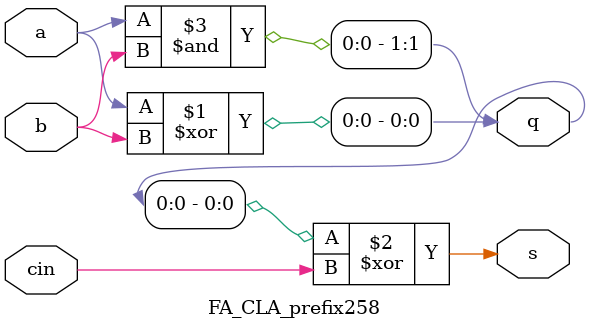
<source format=v>
`define INPUTSIZE 258		//set the input size n
`define GROUPSIZE 8		//set the group size = 1, 2, 4 or 8

module brent_kung_adder258(A,B,S);

	input	[`INPUTSIZE - 1:0]	A;
	input	[`INPUTSIZE - 1:0]	B;
	output	[`INPUTSIZE:0]		S;
	
	wire	[`INPUTSIZE / `GROUPSIZE * 2 - 1:0]	r_temp;
	wire	[`INPUTSIZE / `GROUPSIZE * 2 - 1:0]	r;
	wire	[`INPUTSIZE / `GROUPSIZE:0]		cin;
	wire	[`INPUTSIZE / `GROUPSIZE * 2 - 1:0]	q;
	
	assign cin[0] = 1'b0;
	
	generate
	genvar i;
	for(i = 0;i < `INPUTSIZE / `GROUPSIZE;i = i + 1) begin: parallel_FA_CLA_prefix258
		group_q_generation258 #(.Groupsize(`GROUPSIZE))
		f(.a(A[`GROUPSIZE * (i + 1) - 1:`GROUPSIZE * i]),
		  .b(B[`GROUPSIZE * (i + 1) - 1:`GROUPSIZE * i]),
		  .cin(cin[i]),
		  .s(S[`GROUPSIZE * (i + 1) - 1:`GROUPSIZE * i]),
		  .qg(q[i * 2 + 1:i * 2]));
	end

	parallel_prefix_tree_first_half258 #(.Treesize(`INPUTSIZE / `GROUPSIZE))
	t1(.q(q[`INPUTSIZE / `GROUPSIZE * 2 - 1:0]),
	   .r(r_temp[`INPUTSIZE / `GROUPSIZE * 2 - 1:0]));
	parallel_prefix_tree_second_half258 #(.Treesize(`INPUTSIZE / `GROUPSIZE))
	t2(.q(r_temp[`INPUTSIZE / `GROUPSIZE * 2 - 1:0]),
	   .r(r[`INPUTSIZE / `GROUPSIZE * 2 - 1:0]));
	
	for(i = 0;i < `INPUTSIZE / `GROUPSIZE;i = i + 1) begin: cin_generation
		cin_generation_logic258 f(.r(r[2 * i + 1:2 * i]),
							   .c0(1'b0),
							   .cin(cin[i + 1]));
	end
	
	assign S[`INPUTSIZE] = cin[`INPUTSIZE / `GROUPSIZE];
	
	endgenerate
	
endmodule

module parallel_prefix_tree_first_half258 #(parameter Treesize = `INPUTSIZE / `GROUPSIZE)(q,r);

	input	[Treesize * 2 - 1:0]	q;
	output	[Treesize * 2 - 1:0]	r;
	
	generate
	genvar i;
	if(Treesize == 2) begin: trival_case
		assign r[1:0] = q[1:0];
		prefix_logic258 f(.ql(q[1:0]),
					   .qh(q[3:2]),
					   .r(r[3:2]));
	end
	else begin: recursive_case
		wire	[Treesize * 2 - 1:0]	r_temp;
		parallel_prefix_tree_first_half258 #(.Treesize(Treesize / 2))
		recursion_lsbh(.q(q[Treesize - 1:0]),
					   .r(r_temp[Treesize - 1:0]));
		parallel_prefix_tree_first_half258 #(.Treesize(Treesize / 2))
		recursion_msbh(.q(q[Treesize * 2 - 1:Treesize]),
					   .r(r_temp[Treesize * 2 - 1:Treesize]));
		for(i = 0;i < Treesize * 2;i = i + 2) begin: parallel_stitch_up
			if(i != Treesize * 2 - 2) begin: parallel_stitch_up_pass
				assign r[i + 1:i] = r_temp[i + 1:i];
			end
			else begin: parallel_stitch_up_produce
				prefix_logic258 f(.ql(r_temp[Treesize - 1:Treesize - 2]),
							   .qh(r_temp[Treesize * 2 - 1:Treesize * 2 - 2]),
							   .r(r[Treesize * 2 - 1:Treesize * 2 - 2]));
			end
		end
	end
	endgenerate
	
endmodule

module parallel_prefix_tree_second_half258 #(parameter Treesize = `INPUTSIZE / `GROUPSIZE)(q,r);

	input	[Treesize * 2 - 1:0]	q;
	output	[Treesize * 2 - 1:0]	r;
	
	wire	[Treesize * 2 * ($clog2(Treesize) - 1) - 1:0]	r_temp;
	
	assign r_temp[Treesize * 2 - 1:0] = q[Treesize * 2 - 1:0];
	
	generate
	genvar i, j;
	for(i = 0;i < $clog2(Treesize) - 2;i = i + 1) begin: second_half_level
		assign r_temp[Treesize * 2 * (i + 1) + ((Treesize / (2 ** i)) - 1 - 2 ** ($clog2(Treesize / 4) - i)) * 2 - 1:Treesize * 2 * (i + 1)] = r_temp[Treesize * 2 * i + ((Treesize / (2 ** i)) - 1 - 2 ** ($clog2(Treesize / 4) - i)) * 2 - 1:Treesize * 2 * i];
		for(j = (Treesize / (2 ** i)) - 1 - 2 ** ($clog2(Treesize / 4) - i);j < Treesize;j = j + 2 ** ($clog2(Treesize / 2) - i)) begin: second_half_level_logic
			prefix_logic258 f(.ql(r_temp[Treesize * 2 * i + (j - 2 ** ($clog2(Treesize / 4) - i)) * 2 + 1:Treesize * 2 * i + (j - 2 ** ($clog2(Treesize / 4) - i)) * 2]),
						   .qh(r_temp[Treesize * 2 * i + j * 2 + 1:Treesize * 2 * i + j * 2]),
						   .r(r_temp[Treesize * 2 * (i + 1) + j * 2 + 1:Treesize * 2 * (i + 1) + j * 2]));
			if(j != Treesize - 1 - 2 ** ($clog2(Treesize / 4) - i)) begin: second_half_level_direct_connect
				assign r_temp[Treesize * 2 * (i + 1) + (j + 2 ** ($clog2(Treesize / 2) - i)) * 2 - 1:Treesize * 2 * (i + 1) + j * 2 + 2] = r_temp[Treesize * 2 * i + (j + 2 ** ($clog2(Treesize / 2) - i)) * 2 - 1:Treesize * 2 * i + j * 2 + 2];
			end
		end
		assign r_temp[Treesize * 2 * (i + 2) - 1:Treesize * 2 * (i + 2) - (2 ** ($clog2(Treesize / 4) - i)) * 2] = r_temp[Treesize * 2 * (i + 1) - 1:Treesize * 2 * (i + 1) - (2 ** ($clog2(Treesize / 4) - i)) * 2];
	end
	assign r[1:0] = r_temp[Treesize * 2 * ($clog2(Treesize) - 2) + 1:Treesize * 2 * ($clog2(Treesize) - 2)];
	for(i = 1;i < Treesize;i = i + 2) begin: final_r_odd
		assign r[i * 2 + 1:i * 2] = r_temp[Treesize * 2 * ($clog2(Treesize) - 2) + i * 2 + 1:Treesize * 2 * ($clog2(Treesize) - 2) + i * 2];
	end
	for(i = 2;i < Treesize;i = i + 2) begin: final_r_even
		prefix_logic258 f(.ql(r_temp[Treesize * 2 * ($clog2(Treesize) - 2) + i * 2 - 1:Treesize * 2 * ($clog2(Treesize) - 2) + i * 2 - 2]),
					   .qh(r_temp[Treesize * 2 * ($clog2(Treesize) - 2) + i * 2 + 1:Treesize * 2 * ($clog2(Treesize) - 2) + i * 2]),
					   .r(r[i * 2 + 1:i * 2]));
	end
	endgenerate
	
endmodule

module group_q_generation258 #(parameter Groupsize = `GROUPSIZE)(a,b,cin,s,qg);

	input	[Groupsize - 1:0]	a;
	input	[Groupsize - 1:0]	b;
	input				cin;
	output	[Groupsize - 1:0]	s;
	output	[1:0]			qg;
	
	wire	[2 * Groupsize - 1:0]	q;
	wire	[Groupsize - 1:0]	c;
	
	assign c[0] = cin;
	
	generate
	genvar i;
	for(i = 0;i < Groupsize;i = i + 1) begin: parallel_FA_CLA_prefix258
		FA_CLA_prefix258 f(.a(a[i]),
						.b(b[i]),
						.cin(c[i]),
						.s(s[i]),
						.q(q[i * 2 + 1:i * 2]));
		if(i != Groupsize - 1)begin: special_case
			assign c[i + 1] = q[i * 2 + 1] | q[i * 2] & c[i];
		end
	end
	
	//group q generation based on the Groupsize
	if(Groupsize == 1) begin: case_gs1
		assign qg[1] = q[1];
		assign qg[0] = q[0];
	end
	else if(Groupsize == 2) begin: case_gs2
		assign qg[1] = q[3] | (q[1] & q[2]);
		assign qg[0] = q[2] & q[0];
	end
	else if(Groupsize == 4) begin: case_gs4
		assign qg[1] = q[7] | (q[5] & q[6]) | (q[3] & q[6] & q[4]) | (q[1] & q[6] & q[4] & q[2]);
		assign qg[0] = q[6] & q[4] & q[2] & q[0];
	end
	else if(Groupsize == 8) begin: case_gs8
		assign qg[1] = q[15] | (q[13] & q[14]) | (q[11] & q[14] & q[12]) | (q[9] & q[14] & q[12] & q[10]) | (q[7] & q[14] & q[12] & q[10] & q[8]) | (q[5] & q[14] & q[12] & q[10] & q[8] & q[6]) | (q[3] & q[14] & q[12] & q[10] & q[8] & q[6] & q[4]) | (q[1] & q[14] & q[12] & q[10] & q[8] & q[6] & q[4] & q[2]);
		assign qg[0] = q[14] & q[12] & q[10] & q[8] & q[6] & q[4] & q[2] & q[0];
	end
	endgenerate
	
endmodule
//Cin_generation_logic258
module cin_generation_logic258(r,c0,cin);

	input	[1:0]	r;
	input		c0;
	output		cin;
	
	assign cin = (r[0] & c0) | r[1];
	
endmodule

//basic_logic
module prefix_logic258(ql,qh,r);
	
	input	[1:0]	ql;
	input	[1:0]	qh;
	output	[1:0]	r;
	
	assign r[0] = qh[0] & ql[0];
	assign r[1] = (qh[0] & ql[1]) | qh[1];
	
endmodule

//FA_cell_CLA
module FA_CLA_prefix258(a,b,cin,s,q);

	input 		a;
	input 		b;
	input 		cin;
	output 		s;
	output	[1:0]	q;
	
	assign q[0] = a ^ b;
	assign s = q[0] ^ cin;
	assign q[1] = a & b;

endmodule
</source>
